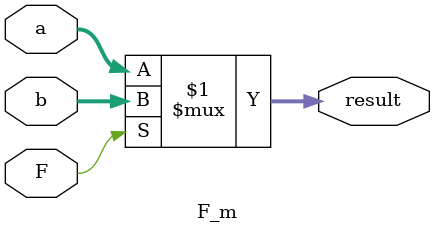
<source format=sv>
module F_m(
  output logic [31:0] result,
  input [31:0] a,
  input [31:0] b,
  input F
  );

  assign result = (F) ? b : a;

endmodule

</source>
